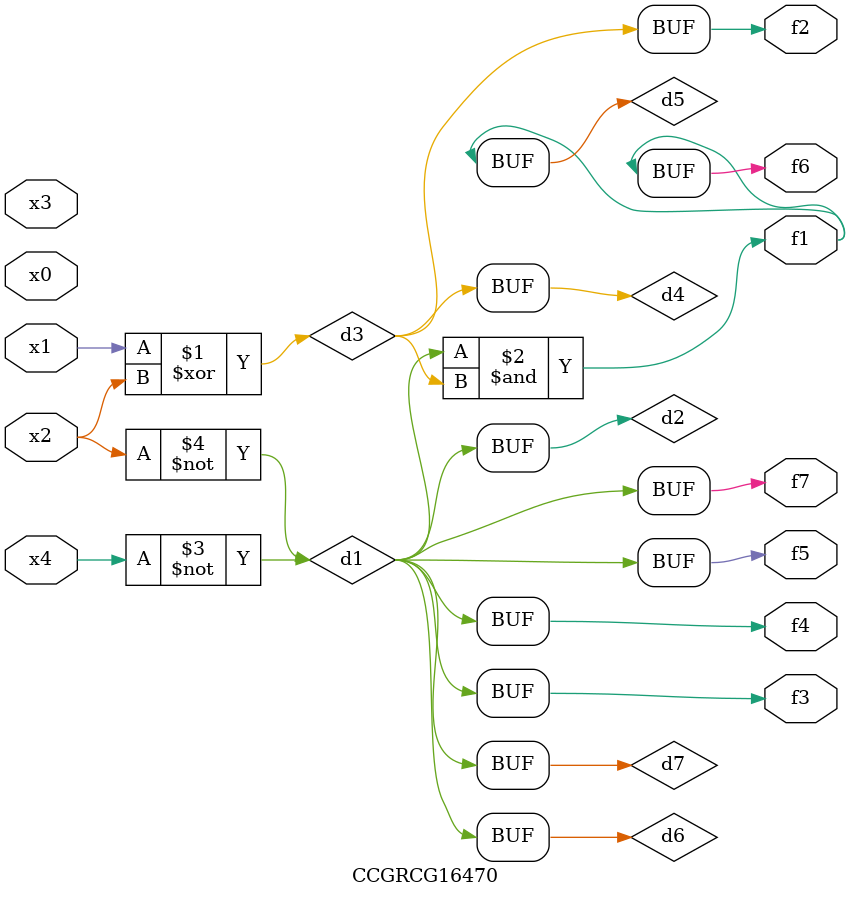
<source format=v>
module CCGRCG16470(
	input x0, x1, x2, x3, x4,
	output f1, f2, f3, f4, f5, f6, f7
);

	wire d1, d2, d3, d4, d5, d6, d7;

	not (d1, x4);
	not (d2, x2);
	xor (d3, x1, x2);
	buf (d4, d3);
	and (d5, d1, d3);
	buf (d6, d1, d2);
	buf (d7, d2);
	assign f1 = d5;
	assign f2 = d4;
	assign f3 = d7;
	assign f4 = d7;
	assign f5 = d7;
	assign f6 = d5;
	assign f7 = d7;
endmodule

</source>
